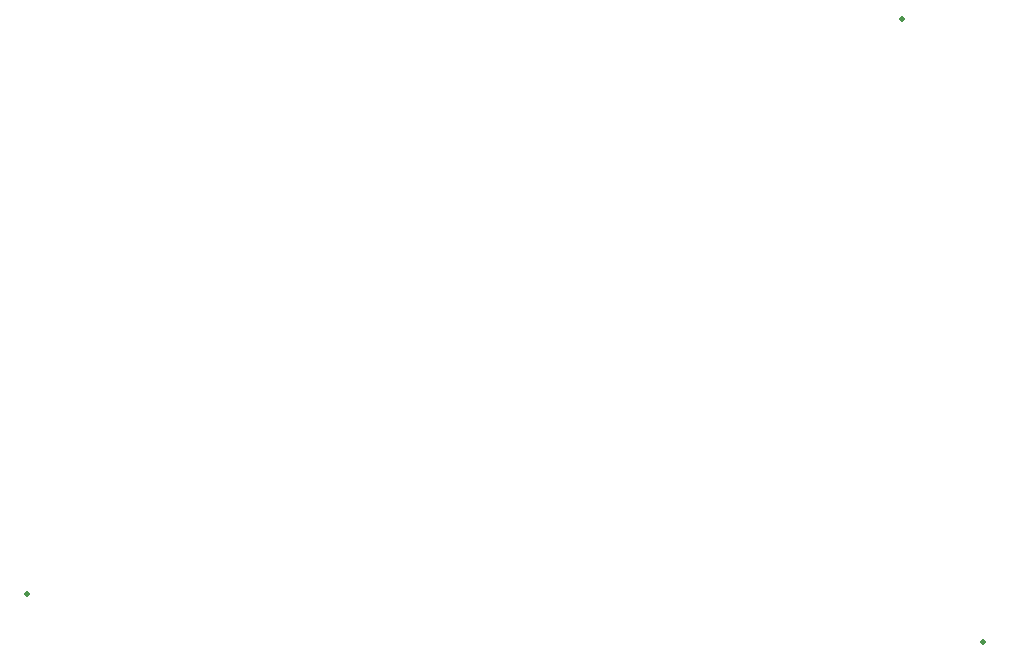
<source format=gtp>
G04*
G04 #@! TF.GenerationSoftware,Altium Limited,Altium Designer,23.9.2 (47)*
G04*
G04 Layer_Color=8421504*
%FSLAX44Y44*%
%MOMM*%
G71*
G04*
G04 #@! TF.SameCoordinates,755CF2AA-2F68-4FBA-815F-43BC2B140BDC*
G04*
G04*
G04 #@! TF.FilePolarity,Positive*
G04*
G01*
G75*
%ADD10C,0.5000*%
D10*
X756000Y547000D02*
D03*
X824000Y19000D02*
D03*
X15000Y60000D02*
D03*
M02*

</source>
